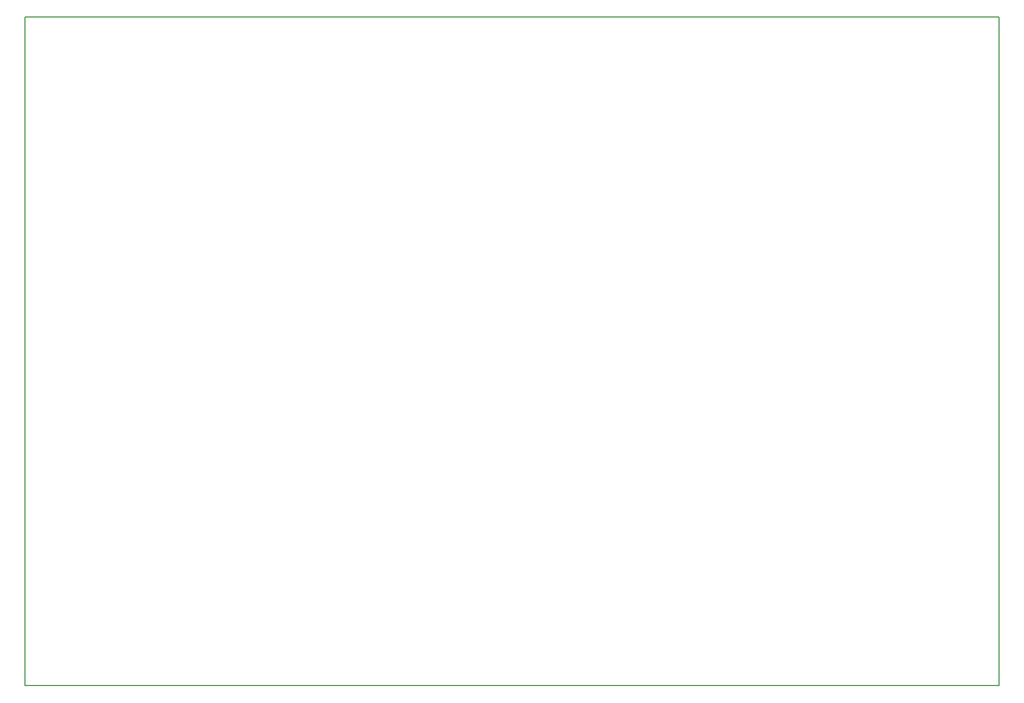
<source format=gm1>
G04 MADE WITH FRITZING*
G04 WWW.FRITZING.ORG*
G04 DOUBLE SIDED*
G04 HOLES PLATED*
G04 CONTOUR ON CENTER OF CONTOUR VECTOR*
%ASAXBY*%
%FSLAX23Y23*%
%MOIN*%
%OFA0B0*%
%SFA1.0B1.0*%
%ADD10R,6.124260X4.208390*%
%ADD11C,0.008000*%
%ADD10C,0.008*%
%LNCONTOUR*%
G90*
G70*
G54D10*
G54D11*
X4Y4204D02*
X6120Y4204D01*
X6120Y4D01*
X4Y4D01*
X4Y4204D01*
D02*
G04 End of contour*
M02*
</source>
